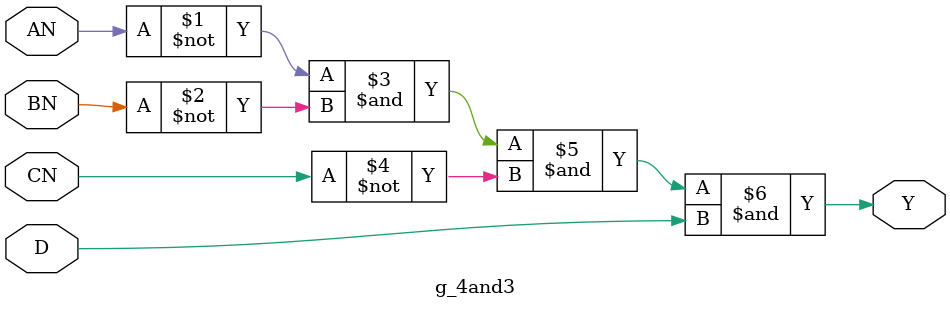
<source format=v>
module g_4and3 (Y, AN, BN, CN, D);

   input AN, BN, CN, D;
   output Y;

   and (Y, ~AN, ~BN, ~CN, D);

endmodule // g_4and3

</source>
